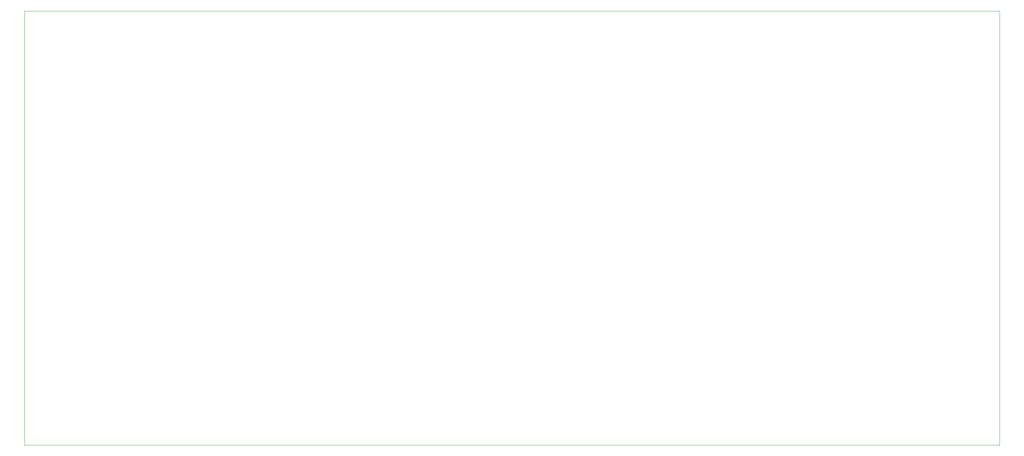
<source format=gbr>
%TF.GenerationSoftware,KiCad,Pcbnew,7.0.7*%
%TF.CreationDate,2023-10-04T19:00:40+09:00*%
%TF.ProjectId,Sixtar-Switch,53697874-6172-42d5-9377-697463682e6b,rev?*%
%TF.SameCoordinates,Original*%
%TF.FileFunction,Profile,NP*%
%FSLAX46Y46*%
G04 Gerber Fmt 4.6, Leading zero omitted, Abs format (unit mm)*
G04 Created by KiCad (PCBNEW 7.0.7) date 2023-10-04 19:00:40*
%MOMM*%
%LPD*%
G01*
G04 APERTURE LIST*
%TA.AperFunction,Profile*%
%ADD10C,0.100000*%
%TD*%
G04 APERTURE END LIST*
D10*
X258000000Y-125000000D02*
X18000000Y-125000000D01*
X18000000Y-125000000D02*
X18000000Y-18000000D01*
X258000000Y-18000000D02*
X258000000Y-125000000D01*
X18000000Y-18000000D02*
X258000000Y-18000000D01*
M02*

</source>
